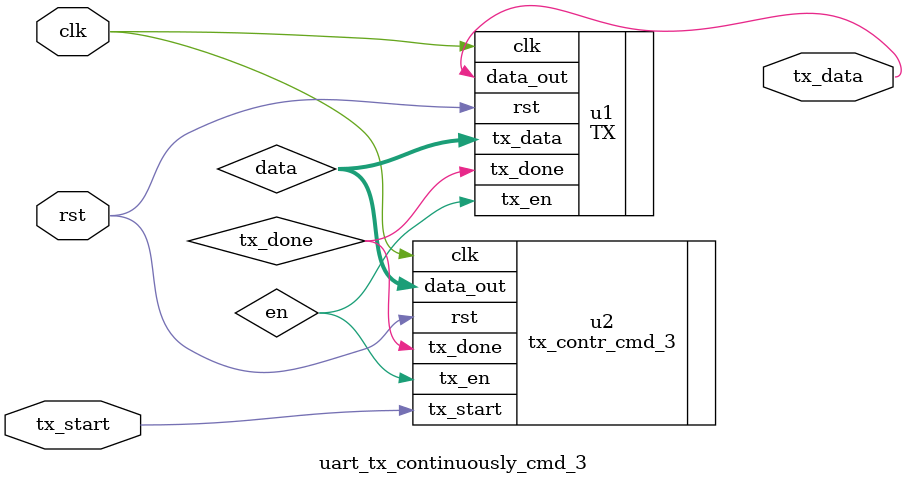
<source format=v>
`timescale 1ns / 1ps


module uart_tx_continuously_cmd_3(
	input clk,
	input rst,
	input tx_start,
	output tx_data
    );
	
	wire [7:0] data;
	wire en;
	wire tx_done;

	
	
	TX u1(
    .clk(clk),
    .rst(rst),
    .tx_data(data),
    .tx_en(en),
	.tx_done(tx_done),
    .data_out(tx_data)
    );
	
	
	tx_contr_cmd_3 u2(
	.clk(clk),
	.rst(rst),
	.tx_start(tx_start),
	.tx_done(tx_done),
	.tx_en(en),
	.data_out(data)
    );

endmodule


</source>
